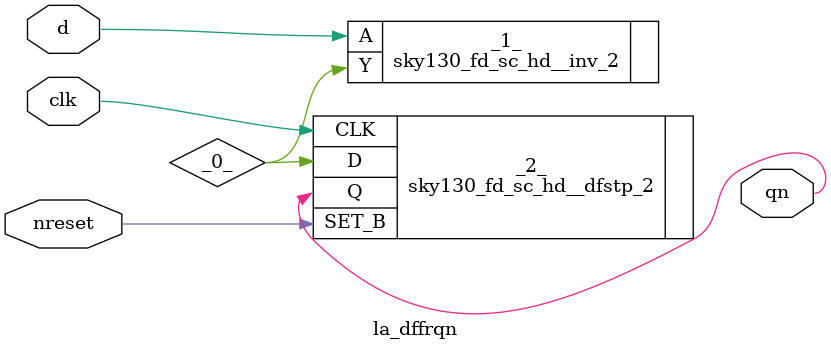
<source format=v>

module la_dffrqn(d, clk, nreset, qn);
  wire _0_;
  input clk;
  input d;
  input nreset;
  output qn;
  sky130_fd_sc_hd__inv_2 _1_ (
    .A(d),
    .Y(_0_)
  );
  sky130_fd_sc_hd__dfstp_2 _2_ (
    .CLK(clk),
    .D(_0_),
    .Q(qn),
    .SET_B(nreset)
  );
endmodule

</source>
